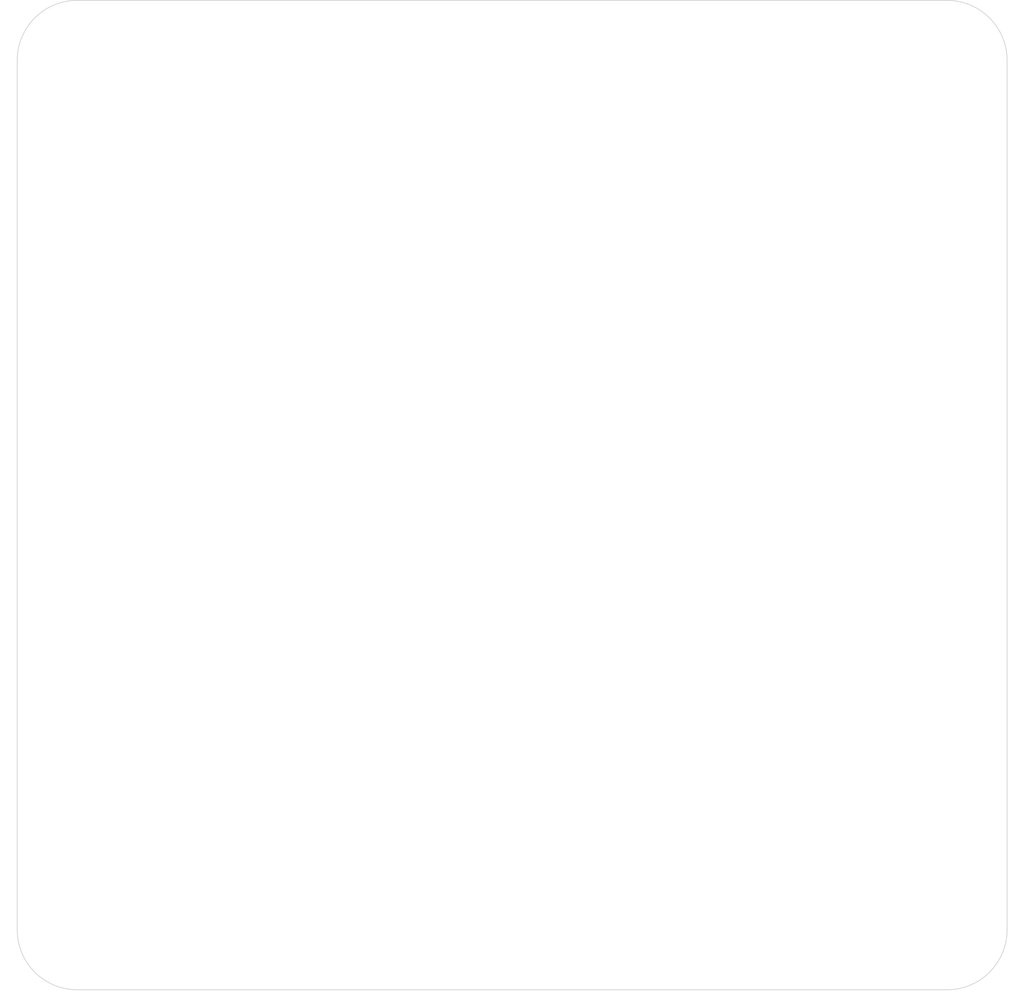
<source format=kicad_pcb>
(kicad_pcb (version 20240108) (generator "pcbnew") (generator_version "8.0")
  (layers (0 "F.Cu" signal) (31 "B.Cu" signal) (34 "B.Paste" user) (35 "F.Paste" user) (36 "B.SilkS" user "B.Silkscreen") (37 "F.SilkS" user "F.Silkscreen") (38 "B.Mask" user) (39 "F.Mask" user) (44 "Edge.Cuts" user))
  (net 0 "")
  (footprint "MountingHole:MountingHole_3mm" (layer "F.Cu") (at 124 127)
    (property "Reference" "H3" (hide yes))
    (property "Value" "MountingHole")
    (pad "" np_thru_hole circle (at 0 0) (size 3 3) (drill 3) (layers "*.Cu" "*.Mask"))
  )
  (footprint "MountingHole:MountingHole_3mm" (layer "F.Cu") (at 124 69)
    (property "Reference" "H1" (hide yes))
    (property "Value" "MountingHole")
    (pad "" np_thru_hole circle (at 0 0) (size 3 3) (drill 3) (layers "*.Cu" "*.Mask"))
  )
  (footprint "MountingHole:MountingHole_3mm" (layer "F.Cu") (at 182 69)
    (property "Reference" "H2" (hide yes))
    (property "Value" "MountingHole")
    (pad "" np_thru_hole circle (at 0 0) (size 3 3) (drill 3) (layers "*.Cu" "*.Mask"))
  )
  (footprint "MountingHole:MountingHole_3mm" (layer "F.Cu") (at 182 127)
    (property "Reference" "H4" (hide yes))
    (property "Value" "MountingHole")
    (pad "" np_thru_hole circle (at 0 0) (size 3 3) (drill 3) (layers "*.Cu" "*.Mask"))
  )
  (gr_line (start 182 131) (end 124 131) (stroke (width 0.05)) (layer "Edge.Cuts"))
  (gr_arc (start 186 127) (mid 184.828427 129.828427) (end 182 131) (stroke (width 0.05)) (layer "Edge.Cuts"))
  (gr_arc (start 182 65) (mid 184.828427 66.171573) (end 186 69) (stroke (width 0.05)) (layer "Edge.Cuts"))
  (gr_arc (start 120 69) (mid 121.171573 66.171573) (end 124 65) (stroke (width 0.05)) (layer "Edge.Cuts"))
  (gr_line (start 124 65) (end 182 65) (stroke (width 0.05)) (layer "Edge.Cuts"))
  (gr_line (start 186 69) (end 186 127) (stroke (width 0.05)) (layer "Edge.Cuts"))
  (gr_line (start 120 127) (end 120 69) (stroke (width 0.05)) (layer "Edge.Cuts"))
  (gr_arc (start 124 131) (mid 121.171573 129.828427) (end 120 127) (stroke (width 0.05)) (layer "Edge.Cuts"))
)
</source>
